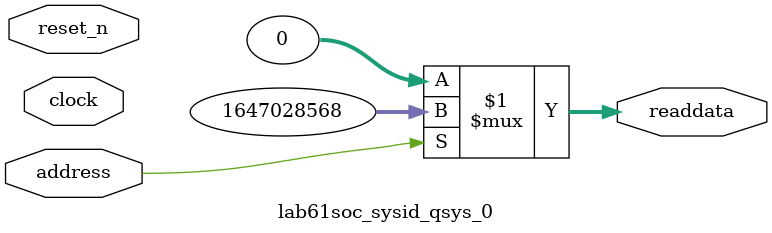
<source format=v>



// synthesis translate_off
`timescale 1ns / 1ps
// synthesis translate_on

// turn off superfluous verilog processor warnings 
// altera message_level Level1 
// altera message_off 10034 10035 10036 10037 10230 10240 10030 

module lab61soc_sysid_qsys_0 (
               // inputs:
                address,
                clock,
                reset_n,

               // outputs:
                readdata
             )
;

  output  [ 31: 0] readdata;
  input            address;
  input            clock;
  input            reset_n;

  wire    [ 31: 0] readdata;
  //control_slave, which is an e_avalon_slave
  assign readdata = address ? 1647028568 : 0;

endmodule



</source>
